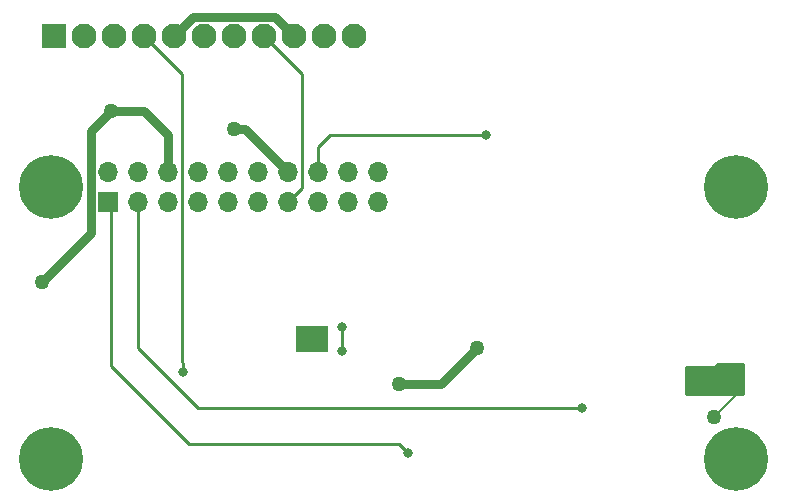
<source format=gbr>
G04 #@! TF.GenerationSoftware,KiCad,Pcbnew,5.1.10*
G04 #@! TF.CreationDate,2021-09-11T21:58:46-07:00*
G04 #@! TF.ProjectId,sticky_pi_hat,73746963-6b79-45f7-9069-5f6861742e6b,rev?*
G04 #@! TF.SameCoordinates,Original*
G04 #@! TF.FileFunction,Copper,L2,Bot*
G04 #@! TF.FilePolarity,Positive*
%FSLAX46Y46*%
G04 Gerber Fmt 4.6, Leading zero omitted, Abs format (unit mm)*
G04 Created by KiCad (PCBNEW 5.1.10) date 2021-09-11 21:58:46*
%MOMM*%
%LPD*%
G01*
G04 APERTURE LIST*
G04 #@! TA.AperFunction,SMDPad,CuDef*
%ADD10R,2.800000X2.300000*%
G04 #@! TD*
G04 #@! TA.AperFunction,ComponentPad*
%ADD11C,0.600000*%
G04 #@! TD*
G04 #@! TA.AperFunction,ComponentPad*
%ADD12C,5.400000*%
G04 #@! TD*
G04 #@! TA.AperFunction,ComponentPad*
%ADD13O,1.700000X1.700000*%
G04 #@! TD*
G04 #@! TA.AperFunction,ComponentPad*
%ADD14R,1.700000X1.700000*%
G04 #@! TD*
G04 #@! TA.AperFunction,ComponentPad*
%ADD15C,2.100000*%
G04 #@! TD*
G04 #@! TA.AperFunction,ComponentPad*
%ADD16R,2.100000X2.100000*%
G04 #@! TD*
G04 #@! TA.AperFunction,ViaPad*
%ADD17C,0.800000*%
G04 #@! TD*
G04 #@! TA.AperFunction,ViaPad*
%ADD18C,1.270000*%
G04 #@! TD*
G04 #@! TA.AperFunction,Conductor*
%ADD19C,0.254000*%
G04 #@! TD*
G04 #@! TA.AperFunction,Conductor*
%ADD20C,0.762000*%
G04 #@! TD*
G04 #@! TA.AperFunction,Conductor*
%ADD21C,0.200000*%
G04 #@! TD*
G04 #@! TA.AperFunction,Conductor*
%ADD22C,0.100000*%
G04 #@! TD*
G04 APERTURE END LIST*
D10*
X136144000Y-115824000D03*
D11*
X135394000Y-115324000D03*
X136894000Y-115324000D03*
X136894000Y-116324000D03*
X136144000Y-115824000D03*
X135394000Y-116324000D03*
D12*
X172000000Y-103000000D03*
X114000000Y-103000000D03*
X172000000Y-126000000D03*
X114000000Y-126000000D03*
D13*
X141730000Y-101710000D03*
X141730000Y-104250000D03*
X139190000Y-101710000D03*
X139190000Y-104250000D03*
X136650000Y-101710000D03*
X136650000Y-104250000D03*
X134110000Y-101710000D03*
X134110000Y-104250000D03*
X131570000Y-101710000D03*
X131570000Y-104250000D03*
X129030000Y-101710000D03*
X129030000Y-104250000D03*
X126490000Y-101710000D03*
X126490000Y-104250000D03*
X123950000Y-101710000D03*
X123950000Y-104250000D03*
X121410000Y-101710000D03*
X121410000Y-104250000D03*
X118870000Y-101710000D03*
D14*
X118870000Y-104250000D03*
D15*
X139700000Y-90170000D03*
X137160000Y-90170000D03*
X134620000Y-90170000D03*
X132080000Y-90170000D03*
X129540000Y-90170000D03*
X127000000Y-90170000D03*
X124460000Y-90170000D03*
X121920000Y-90170000D03*
X119380000Y-90170000D03*
X116840000Y-90170000D03*
D16*
X114300000Y-90170000D03*
D17*
X125222000Y-118618000D03*
X150876000Y-98552000D03*
X159004000Y-121666000D03*
X144272000Y-125476000D03*
D18*
X170180000Y-122428000D03*
X113284000Y-110998000D03*
X119126000Y-96520000D03*
X143510000Y-119634000D03*
X150114000Y-116586000D03*
X129540000Y-98044000D03*
D17*
X138684000Y-116840000D03*
X138684000Y-114808000D03*
D19*
X135287001Y-93377001D02*
X132080000Y-90170000D01*
X135287001Y-103072999D02*
X135287001Y-93377001D01*
X134110000Y-104250000D02*
X135287001Y-103072999D01*
X125127001Y-116999001D02*
X125222000Y-118618000D01*
X125127001Y-93377001D02*
X125127001Y-116999001D01*
X121920000Y-90170000D02*
X125127001Y-93377001D01*
X137668000Y-98552000D02*
X150876000Y-98552000D01*
X136650000Y-99570000D02*
X137668000Y-98552000D01*
X136650000Y-101710000D02*
X136650000Y-99570000D01*
X126492000Y-121666000D02*
X159004000Y-121666000D01*
X121410000Y-116584000D02*
X126492000Y-121666000D01*
X121410000Y-104250000D02*
X121410000Y-116584000D01*
X119102009Y-118086009D02*
X125730000Y-124714000D01*
X119102009Y-104482009D02*
X119102009Y-118086009D01*
X118870000Y-104250000D02*
X119102009Y-104482009D01*
X143510000Y-124714000D02*
X144272000Y-125476000D01*
X125730000Y-124714000D02*
X143510000Y-124714000D01*
D20*
X117438999Y-98207001D02*
X119126000Y-96520000D01*
X117438999Y-106843001D02*
X117438999Y-98207001D01*
X113284000Y-110998000D02*
X117438999Y-106843001D01*
X119126000Y-96520000D02*
X121920000Y-96520000D01*
X121920000Y-96520000D02*
X123950000Y-98550000D01*
X123950000Y-98550000D02*
X123950000Y-101710000D01*
X147066000Y-119634000D02*
X150114000Y-116586000D01*
X143510000Y-119634000D02*
X147066000Y-119634000D01*
X130444000Y-98044000D02*
X129540000Y-98044000D01*
X134110000Y-101710000D02*
X130444000Y-98044000D01*
D21*
X170180000Y-122428000D02*
X172212000Y-120396000D01*
X172212000Y-120396000D02*
X172212000Y-119888000D01*
D20*
X132988999Y-88538999D02*
X126091001Y-88538999D01*
X126091001Y-88538999D02*
X124460000Y-90170000D01*
X134620000Y-90170000D02*
X132988999Y-88538999D01*
D19*
X138684000Y-116840000D02*
X138684000Y-114808000D01*
X172593000Y-120523000D02*
X167767000Y-120523000D01*
X167767000Y-118237000D01*
X170180000Y-118237000D01*
X170204776Y-118234560D01*
X170228601Y-118227333D01*
X170250557Y-118215597D01*
X170269803Y-118199803D01*
X170486606Y-117983000D01*
X172593000Y-117983000D01*
X172593000Y-120523000D01*
G04 #@! TA.AperFunction,Conductor*
D22*
G36*
X172593000Y-120523000D02*
G01*
X167767000Y-120523000D01*
X167767000Y-118237000D01*
X170180000Y-118237000D01*
X170204776Y-118234560D01*
X170228601Y-118227333D01*
X170250557Y-118215597D01*
X170269803Y-118199803D01*
X170486606Y-117983000D01*
X172593000Y-117983000D01*
X172593000Y-120523000D01*
G37*
G04 #@! TD.AperFunction*
M02*

</source>
